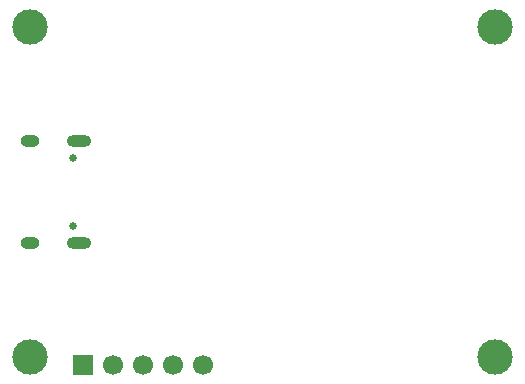
<source format=gbs>
%TF.GenerationSoftware,KiCad,Pcbnew,9.0.4+dfsg-1*%
%TF.CreationDate,2025-10-05T10:35:02+08:00*%
%TF.ProjectId,stlink,73746c69-6e6b-42e6-9b69-6361645f7063,b*%
%TF.SameCoordinates,Original*%
%TF.FileFunction,Soldermask,Bot*%
%TF.FilePolarity,Negative*%
%FSLAX45Y45*%
G04 Gerber Fmt 4.5, Leading zero omitted, Abs format (unit mm)*
G04 Created by KiCad (PCBNEW 9.0.4+dfsg-1) date 2025-10-05 10:35:02*
%MOMM*%
%LPD*%
G01*
G04 APERTURE LIST*
%ADD10R,1.700000X1.700000*%
%ADD11C,1.700000*%
%ADD12C,3.000000*%
%ADD13C,0.650000*%
%ADD14O,2.100000X1.000000*%
%ADD15O,1.600000X1.000000*%
G04 APERTURE END LIST*
D10*
%TO.C,J3*%
X10858500Y-10350000D03*
D11*
X11112500Y-10350000D03*
X11366500Y-10350000D03*
X11620500Y-10350000D03*
X11874500Y-10350000D03*
%TD*%
D12*
%TO.C,B1*%
X10414000Y-7493000D03*
X10414000Y-10287000D03*
X14351000Y-7493000D03*
X14351000Y-10287000D03*
%TD*%
D13*
%TO.C,J1*%
X10778000Y-8601000D03*
X10778000Y-9179000D03*
D14*
X10831000Y-8458000D03*
D15*
X10413000Y-8458000D03*
D14*
X10831000Y-9322000D03*
D15*
X10413000Y-9322000D03*
%TD*%
M02*

</source>
